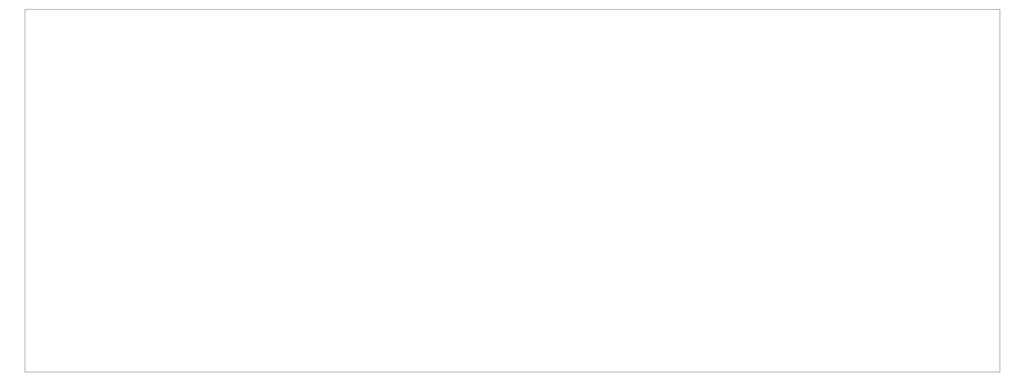
<source format=gm1>
%TF.GenerationSoftware,KiCad,Pcbnew,8.0.0-8.0.0-1~ubuntu23.10.1*%
%TF.CreationDate,2024-02-25T10:57:17+11:00*%
%TF.ProjectId,tbc,7462632e-6b69-4636-9164-5f7063625858,rev?*%
%TF.SameCoordinates,Original*%
%TF.FileFunction,Profile,NP*%
%FSLAX46Y46*%
G04 Gerber Fmt 4.6, Leading zero omitted, Abs format (unit mm)*
G04 Created by KiCad (PCBNEW 8.0.0-8.0.0-1~ubuntu23.10.1) date 2024-02-25 10:57:17*
%MOMM*%
%LPD*%
G01*
G04 APERTURE LIST*
%TA.AperFunction,Profile*%
%ADD10C,0.100000*%
%TD*%
G04 APERTURE END LIST*
D10*
X59750000Y-62100000D02*
X239750000Y-62100000D01*
X239750000Y-129100000D01*
X59750000Y-129100000D01*
X59750000Y-62100000D01*
M02*

</source>
